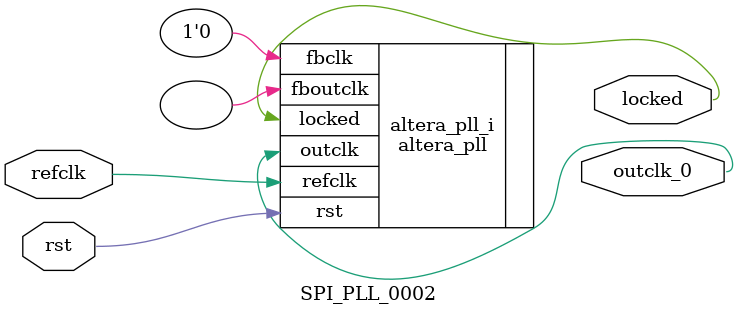
<source format=v>
`timescale 1ns/10ps
module  SPI_PLL_0002(

	// interface 'refclk'
	input wire refclk,

	// interface 'reset'
	input wire rst,

	// interface 'outclk0'
	output wire outclk_0,

	// interface 'locked'
	output wire locked
);

	altera_pll #(
		.fractional_vco_multiplier("false"),
		.reference_clock_frequency("50.0 MHz"),
		.operation_mode("direct"),
		.number_of_clocks(1),
		.output_clock_frequency0("20.000000 MHz"),
		.phase_shift0("0 ps"),
		.duty_cycle0(50),
		.output_clock_frequency1("0 MHz"),
		.phase_shift1("0 ps"),
		.duty_cycle1(50),
		.output_clock_frequency2("0 MHz"),
		.phase_shift2("0 ps"),
		.duty_cycle2(50),
		.output_clock_frequency3("0 MHz"),
		.phase_shift3("0 ps"),
		.duty_cycle3(50),
		.output_clock_frequency4("0 MHz"),
		.phase_shift4("0 ps"),
		.duty_cycle4(50),
		.output_clock_frequency5("0 MHz"),
		.phase_shift5("0 ps"),
		.duty_cycle5(50),
		.output_clock_frequency6("0 MHz"),
		.phase_shift6("0 ps"),
		.duty_cycle6(50),
		.output_clock_frequency7("0 MHz"),
		.phase_shift7("0 ps"),
		.duty_cycle7(50),
		.output_clock_frequency8("0 MHz"),
		.phase_shift8("0 ps"),
		.duty_cycle8(50),
		.output_clock_frequency9("0 MHz"),
		.phase_shift9("0 ps"),
		.duty_cycle9(50),
		.output_clock_frequency10("0 MHz"),
		.phase_shift10("0 ps"),
		.duty_cycle10(50),
		.output_clock_frequency11("0 MHz"),
		.phase_shift11("0 ps"),
		.duty_cycle11(50),
		.output_clock_frequency12("0 MHz"),
		.phase_shift12("0 ps"),
		.duty_cycle12(50),
		.output_clock_frequency13("0 MHz"),
		.phase_shift13("0 ps"),
		.duty_cycle13(50),
		.output_clock_frequency14("0 MHz"),
		.phase_shift14("0 ps"),
		.duty_cycle14(50),
		.output_clock_frequency15("0 MHz"),
		.phase_shift15("0 ps"),
		.duty_cycle15(50),
		.output_clock_frequency16("0 MHz"),
		.phase_shift16("0 ps"),
		.duty_cycle16(50),
		.output_clock_frequency17("0 MHz"),
		.phase_shift17("0 ps"),
		.duty_cycle17(50),
		.pll_type("General"),
		.pll_subtype("General")
	) altera_pll_i (
		.rst	(rst),
		.outclk	({outclk_0}),
		.locked	(locked),
		.fboutclk	( ),
		.fbclk	(1'b0),
		.refclk	(refclk)
	);
endmodule


</source>
